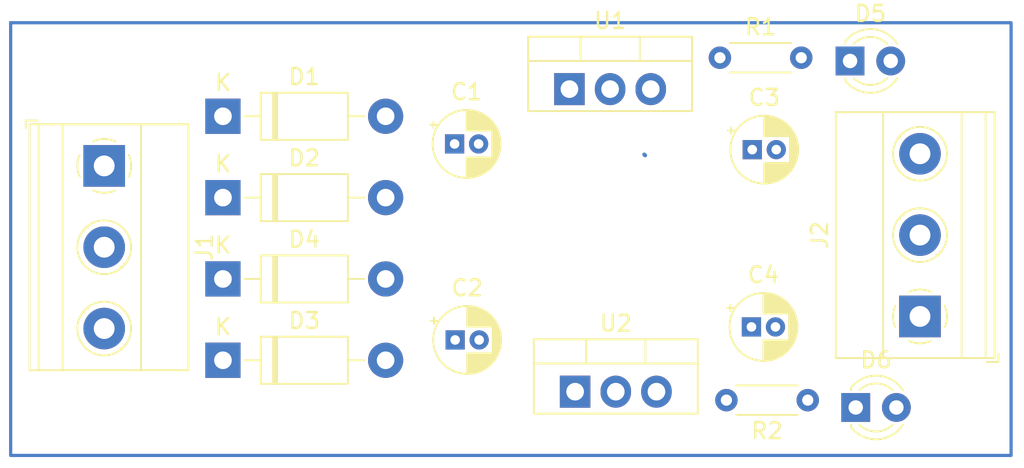
<source format=kicad_pcb>
(kicad_pcb (version 20221018) (generator pcbnew)
  (layers (0 "F.Cu" signal) (31 "B.Cu" signal) (34 "B.Paste" user) (35 "F.Paste" user) (36 "B.SilkS" user "B.Silkscreen") (37 "F.SilkS" user "F.Silkscreen") (38 "B.Mask" user) (39 "F.Mask" user) (44 "Edge.Cuts" user))
  (net 0 "")
  (net 1 "Net-(D1-K)")
  (net 2 "Net-(D1-A)")
  (net 3 "Net-(D2-A)")
  (net 4 "Net-(D3-A)")
  (net 5 "Net-(J2-Pin_1)")
  (net 6 "Net-(D5-K)")
  (net 7 "Net-(C3-Pad2)")
  (net 8 "Net-(J2-Pin_3)")
  (net 9 "Net-(D5-A)")
  (net 10 "Net-(D6-K)")
  (footprint "TerminalBlock_Phoenix:TerminalBlock_Phoenix_MKDS-1,5-3-5.08_1x03_P5.08mm_Horizontal" (layer "F.Cu") (at 109.4232 74.2188 -90)
    (fp_text reference "J1" (at 5.08 -6.26 -90) (layer "F.SilkS"))
    (fp_text value "Input")
    (pad "1" thru_hole rect (at 0 0 270) (size 2.6 2.6) (drill 1.3) (layers "*.Cu" "*.Mask") (net 2 "Net-(D1-A)"))
    (pad "2" thru_hole circle (at 5.08 0 270) (size 2.6 2.6) (drill 1.3) (layers "*.Cu" "*.Mask") (net 6 "Net-(D5-K)"))
    (pad "3" thru_hole circle (at 10.16 0 270) (size 2.6 2.6) (drill 1.3) (layers "*.Cu" "*.Mask") (net 3 "Net-(D2-A)"))
  )
  (footprint "Package_TO_SOT_THT:TO-220-3_Vertical" (layer "F.Cu") (at 138.8364 88.321)
    (fp_text reference "U2" (at 2.54 -4.27) (layer "F.SilkS"))
    (fp_text value "LM7912_TO220")
    (pad "1" thru_hole rect (at 0 0) (size 1.905 2) (drill 1.1) (layers "*.Cu" "*.Mask") (net 6 "Net-(D5-K)"))
    (pad "2" thru_hole oval (at 2.54 0) (size 1.905 2) (drill 1.1) (layers "*.Cu" "*.Mask") (net 4 "Net-(D3-A)"))
    (pad "3" thru_hole oval (at 5.08 0) (size 1.905 2) (drill 1.1) (layers "*.Cu" "*.Mask") (net 8 "Net-(J2-Pin_3)"))
  )
  (footprint "LED_THT:LED_D3.0mm" (layer "F.Cu") (at 156.0068 67.6656)
    (fp_text reference "D5" (at 1.27 -2.96) (layer "F.SilkS"))
    (fp_text value "LED")
    (pad "1" thru_hole rect (at 0 0) (size 1.8 1.8) (drill 0.9) (layers "*.Cu" "*.Mask") (net 6 "Net-(D5-K)"))
    (pad "2" thru_hole circle (at 2.54 0) (size 1.8 1.8) (drill 0.9) (layers "*.Cu" "*.Mask") (net 9 "Net-(D5-A)"))
  )
  (footprint "Diode_THT:D_DO-41_SOD81_P10.16mm_Horizontal" (layer "F.Cu") (at 116.84 86.36)
    (fp_text reference "D3" (at 5.08 -2.47) (layer "F.SilkS"))
    (fp_text value "1N4007")
    (fp_text user "K" (at 0 -2.1) (layer "F.SilkS"))
    (pad "1" thru_hole rect (at 0 0) (size 2.2 2.2) (drill 1.1) (layers "*.Cu" "*.Mask") (net 2 "Net-(D1-A)"))
    (pad "2" thru_hole oval (at 10.16 0) (size 2.2 2.2) (drill 1.1) (layers "*.Cu" "*.Mask") (net 4 "Net-(D3-A)"))
  )
  (footprint "Capacitor_THT:CP_Radial_D4.0mm_P1.50mm" (layer "F.Cu") (at 131.342 85.09)
    (fp_text reference "C2" (at 0.75 -3.25) (layer "F.SilkS"))
    (fp_text value "680uF")
    (pad "1" thru_hole rect (at 0 0) (size 1.2 1.2) (drill 0.6) (layers "*.Cu" "*.Mask") (net 4 "Net-(D3-A)"))
    (pad "2" thru_hole circle (at 1.5 0) (size 1.2 1.2) (drill 0.6) (layers "*.Cu" "*.Mask") (net 6 "Net-(D5-K)"))
  )
  (footprint "Diode_THT:D_DO-41_SOD81_P10.16mm_Horizontal" (layer "F.Cu") (at 116.84 76.2)
    (fp_text reference "D2" (at 5.08 -2.47) (layer "F.SilkS"))
    (fp_text value "1N4007")
    (fp_text user "K" (at 0 -2.1) (layer "F.SilkS"))
    (pad "1" thru_hole rect (at 0 0) (size 2.2 2.2) (drill 1.1) (layers "*.Cu" "*.Mask") (net 1 "Net-(D1-K)"))
    (pad "2" thru_hole oval (at 10.16 0) (size 2.2 2.2) (drill 1.1) (layers "*.Cu" "*.Mask") (net 3 "Net-(D2-A)"))
  )
  (footprint "Capacitor_THT:CP_Radial_D4.0mm_P1.50mm" (layer "F.Cu") (at 149.899401 73.2028)
    (fp_text reference "C3" (at 0.75 -3.25) (layer "F.SilkS"))
    (fp_text value "~")
    (pad "1" thru_hole rect (at 0 0) (size 1.2 1.2) (drill 0.6) (layers "*.Cu" "*.Mask") (net 5 "Net-(J2-Pin_1)"))
    (pad "2" thru_hole circle (at 1.5 0) (size 1.2 1.2) (drill 0.6) (layers "*.Cu" "*.Mask") (net 7 "Net-(C3-Pad2)"))
  )
  (footprint "LED_THT:LED_D3.0mm" (layer "F.Cu") (at 156.3624 89.3064)
    (fp_text reference "D6" (at 1.27 -2.96) (layer "F.SilkS"))
    (fp_text value "LED")
    (pad "1" thru_hole rect (at 0 0) (size 1.8 1.8) (drill 0.9) (layers "*.Cu" "*.Mask") (net 10 "Net-(D6-K)"))
    (pad "2" thru_hole circle (at 2.54 0) (size 1.8 1.8) (drill 0.9) (layers "*.Cu" "*.Mask") (net 6 "Net-(D5-K)"))
  )
  (footprint "Diode_THT:D_DO-41_SOD81_P10.16mm_Horizontal" (layer "F.Cu") (at 116.84 71.12)
    (fp_text reference "D1" (at 5.08 -2.47) (layer "F.SilkS"))
    (fp_text value "1N4007")
    (fp_text user "K" (at 0 -2.1) (layer "F.SilkS"))
    (pad "1" thru_hole rect (at 0 0) (size 2.2 2.2) (drill 1.1) (layers "*.Cu" "*.Mask") (net 1 "Net-(D1-K)"))
    (pad "2" thru_hole oval (at 10.16 0) (size 2.2 2.2) (drill 1.1) (layers "*.Cu" "*.Mask") (net 2 "Net-(D1-A)"))
  )
  (footprint "Capacitor_THT:CP_Radial_D4.0mm_P1.50mm" (layer "F.Cu") (at 149.848601 84.2772)
    (fp_text reference "C4" (at 0.75 -3.25) (layer "F.SilkS"))
    (fp_text value "~")
    (pad "1" thru_hole rect (at 0 0) (size 1.2 1.2) (drill 0.6) (layers "*.Cu" "*.Mask") (net 8 "Net-(J2-Pin_3)"))
    (pad "2" thru_hole circle (at 1.5 0) (size 1.2 1.2) (drill 0.6) (layers "*.Cu" "*.Mask") (net 7 "Net-(C3-Pad2)"))
  )
  (footprint "TerminalBlock_Phoenix:TerminalBlock_Phoenix_MKDS-1,5-3-5.08_1x03_P5.08mm_Horizontal" (layer "F.Cu") (at 160.3758 83.6218 90)
    (fp_text reference "J2" (at 5.08 -6.26 90) (layer "F.SilkS"))
    (fp_text value "Output")
    (pad "1" thru_hole rect (at 0 0 90) (size 2.6 2.6) (drill 1.3) (layers "*.Cu" "*.Mask") (net 5 "Net-(J2-Pin_1)"))
    (pad "2" thru_hole circle (at 5.08 0 90) (size 2.6 2.6) (drill 1.3) (layers "*.Cu" "*.Mask") (net 6 "Net-(D5-K)"))
    (pad "3" thru_hole circle (at 10.16 0 90) (size 2.6 2.6) (drill 1.3) (layers "*.Cu" "*.Mask") (net 8 "Net-(J2-Pin_3)"))
  )
  (footprint "Capacitor_THT:CP_Radial_D4.0mm_P1.50mm" (layer "F.Cu") (at 131.306601 72.8472)
    (fp_text reference "C1" (at 0.75 -3.25) (layer "F.SilkS"))
    (fp_text value "680uF")
    (pad "1" thru_hole rect (at 0 0) (size 1.2 1.2) (drill 0.6) (layers "*.Cu" "*.Mask") (net 1 "Net-(D1-K)"))
    (pad "2" thru_hole circle (at 1.5 0) (size 1.2 1.2) (drill 0.6) (layers "*.Cu" "*.Mask") (net 6 "Net-(D5-K)"))
  )
  (footprint "Package_TO_SOT_THT:TO-220-3_Vertical" (layer "F.Cu") (at 138.4808 69.4234)
    (fp_text reference "U1" (at 2.54 -4.27) (layer "F.SilkS"))
    (fp_text value "LM7812_TO220")
    (pad "1" thru_hole rect (at 0 0) (size 1.905 2) (drill 1.1) (layers "*.Cu" "*.Mask") (net 1 "Net-(D1-K)"))
    (pad "2" thru_hole oval (at 2.54 0) (size 1.905 2) (drill 1.1) (layers "*.Cu" "*.Mask") (net 6 "Net-(D5-K)"))
    (pad "3" thru_hole oval (at 5.08 0) (size 1.905 2) (drill 1.1) (layers "*.Cu" "*.Mask") (net 5 "Net-(J2-Pin_1)"))
  )
  (footprint "Resistor_THT:R_Axial_DIN0204_L3.6mm_D1.6mm_P5.08mm_Horizontal" (layer "F.Cu") (at 153.3652 88.8492 180)
    (fp_text reference "R2" (at 2.54 -1.92) (layer "F.SilkS"))
    (fp_text value "R")
    (pad "1" thru_hole circle (at 0 0 180) (size 1.4 1.4) (drill 0.7) (layers "*.Cu" "*.Mask") (net 8 "Net-(J2-Pin_3)"))
    (pad "2" thru_hole oval (at 5.08 0 180) (size 1.4 1.4) (drill 0.7) (layers "*.Cu" "*.Mask") (net 10 "Net-(D6-K)"))
  )
  (footprint "Diode_THT:D_DO-41_SOD81_P10.16mm_Horizontal" (layer "F.Cu") (at 116.84 81.28)
    (fp_text reference "D4" (at 5.08 -2.47) (layer "F.SilkS"))
    (fp_text value "1N4007")
    (fp_text user "K" (at 0 -2.1) (layer "F.SilkS"))
    (pad "1" thru_hole rect (at 0 0) (size 2.2 2.2) (drill 1.1) (layers "*.Cu" "*.Mask") (net 3 "Net-(D2-A)"))
    (pad "2" thru_hole oval (at 10.16 0) (size 2.2 2.2) (drill 1.1) (layers "*.Cu" "*.Mask") (net 4 "Net-(D3-A)"))
  )
  (footprint "Resistor_THT:R_Axial_DIN0204_L3.6mm_D1.6mm_P5.08mm_Horizontal" (layer "F.Cu") (at 147.8788 67.4624)
    (fp_text reference "R1" (at 2.54 -1.92) (layer "F.SilkS"))
    (fp_text value "R")
    (pad "1" thru_hole circle (at 0 0) (size 1.4 1.4) (drill 0.7) (layers "*.Cu" "*.Mask") (net 9 "Net-(D5-A)"))
    (pad "2" thru_hole oval (at 5.08 0) (size 1.4 1.4) (drill 0.7) (layers "*.Cu" "*.Mask") (net 5 "Net-(J2-Pin_1)"))
  )
  (gr_rect (start 103.5812 65.278) (end 166.0652 92.3036) (stroke (width 0.2)) (fill none) (layer "B.Cu"))
  (segment (start 116.33 75.69) (end 116.84 76.2) (width 0.3) (layer "B.Cu") (net 1))
  (segment (start 116.33 81.79) (end 116.84 81.28) (width 0.3) (layer "B.Cu") (net 3))
  (segment (start 143.2052 73.5584) (end 143.1544 73.5076) (width 0.25) (layer "B.Cu") (net 5))
  (segment (start 109.4232 79.2988) (end 108.8136 79.2988) (width 0.25) (layer "B.Cu") (net 6))
)
</source>
